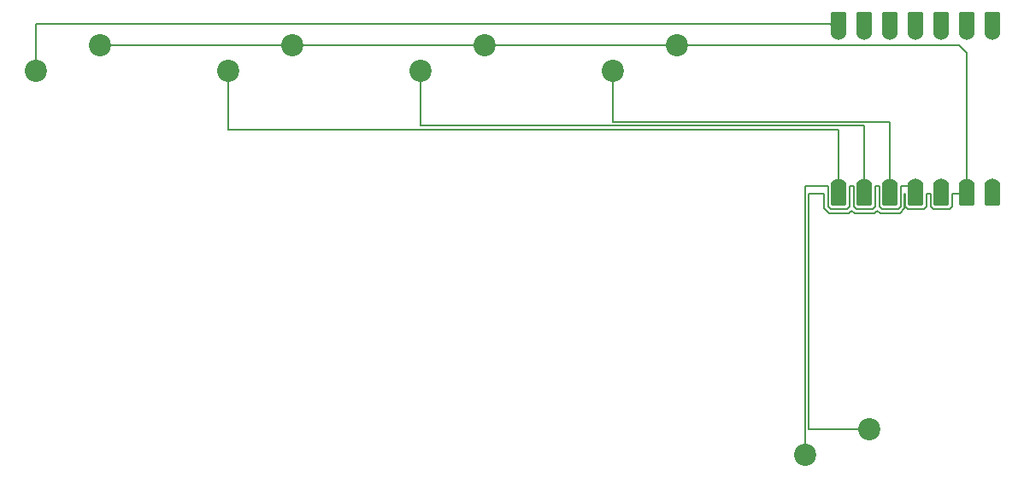
<source format=gbr>
%TF.GenerationSoftware,KiCad,Pcbnew,9.0.2*%
%TF.CreationDate,2025-06-28T02:05:04-07:00*%
%TF.ProjectId,Test,54657374-2e6b-4696-9361-645f70636258,rev?*%
%TF.SameCoordinates,Original*%
%TF.FileFunction,Copper,L1,Top*%
%TF.FilePolarity,Positive*%
%FSLAX46Y46*%
G04 Gerber Fmt 4.6, Leading zero omitted, Abs format (unit mm)*
G04 Created by KiCad (PCBNEW 9.0.2) date 2025-06-28 02:05:04*
%MOMM*%
%LPD*%
G01*
G04 APERTURE LIST*
G04 Aperture macros list*
%AMRoundRect*
0 Rectangle with rounded corners*
0 $1 Rounding radius*
0 $2 $3 $4 $5 $6 $7 $8 $9 X,Y pos of 4 corners*
0 Add a 4 corners polygon primitive as box body*
4,1,4,$2,$3,$4,$5,$6,$7,$8,$9,$2,$3,0*
0 Add four circle primitives for the rounded corners*
1,1,$1+$1,$2,$3*
1,1,$1+$1,$4,$5*
1,1,$1+$1,$6,$7*
1,1,$1+$1,$8,$9*
0 Add four rect primitives between the rounded corners*
20,1,$1+$1,$2,$3,$4,$5,0*
20,1,$1+$1,$4,$5,$6,$7,0*
20,1,$1+$1,$6,$7,$8,$9,0*
20,1,$1+$1,$8,$9,$2,$3,0*%
G04 Aperture macros list end*
%TA.AperFunction,ComponentPad*%
%ADD10C,2.200000*%
%TD*%
%TA.AperFunction,SMDPad,CuDef*%
%ADD11RoundRect,0.152400X0.609600X-1.063600X0.609600X1.063600X-0.609600X1.063600X-0.609600X-1.063600X0*%
%TD*%
%TA.AperFunction,ComponentPad*%
%ADD12C,1.524000*%
%TD*%
%TA.AperFunction,SMDPad,CuDef*%
%ADD13RoundRect,0.152400X-0.609600X1.063600X-0.609600X-1.063600X0.609600X-1.063600X0.609600X1.063600X0*%
%TD*%
%TA.AperFunction,Conductor*%
%ADD14C,0.200000*%
%TD*%
G04 APERTURE END LIST*
D10*
%TO.P,SW23,1,1*%
%TO.N,GND*%
X100330000Y-121920000D03*
%TO.P,SW23,2,2*%
%TO.N,Net-(U1-GPIO4{slash}MISO)*%
X93980000Y-124460000D03*
%TD*%
%TO.P,SW24,1,1*%
%TO.N,GND*%
X119380000Y-160020000D03*
%TO.P,SW24,2,2*%
%TO.N,Net-(U1-GPIO3{slash}MOSI)*%
X113030000Y-162560000D03*
%TD*%
D11*
%TO.P,U1,1,GPIO26/ADC0/A0*%
%TO.N,unconnected-(U1-GPIO26{slash}ADC0{slash}A0-Pad1)*%
X131620000Y-119805000D03*
D12*
X131620000Y-120640000D03*
D11*
%TO.P,U1,2,GPIO27/ADC1/A1*%
%TO.N,unconnected-(U1-GPIO27{slash}ADC1{slash}A1-Pad2)*%
X129080000Y-119805000D03*
D12*
X129080000Y-120640000D03*
D11*
%TO.P,U1,3,GPIO28/ADC2/A2*%
%TO.N,unconnected-(U1-GPIO28{slash}ADC2{slash}A2-Pad3)*%
X126540000Y-119805000D03*
D12*
X126540000Y-120640000D03*
D11*
%TO.P,U1,4,GPIO29/ADC3/A3*%
%TO.N,unconnected-(U1-GPIO29{slash}ADC3{slash}A3-Pad4)*%
X124000000Y-119805000D03*
D12*
X124000000Y-120640000D03*
D11*
%TO.P,U1,5,GPIO6/SDA*%
%TO.N,unconnected-(U1-GPIO6{slash}SDA-Pad5)*%
X121460000Y-119805000D03*
D12*
X121460000Y-120640000D03*
D11*
%TO.P,U1,6,GPIO7/SCL*%
%TO.N,unconnected-(U1-GPIO7{slash}SCL-Pad6)*%
X118920000Y-119805000D03*
D12*
X118920000Y-120640000D03*
D11*
%TO.P,U1,7,GPIO0/TX*%
%TO.N,Net-(U1-GPIO0{slash}TX)*%
X116380000Y-119805000D03*
D12*
X116380000Y-120640000D03*
%TO.P,U1,8,GPIO1/RX*%
%TO.N,Net-(U1-GPIO1{slash}RX)*%
X116380000Y-135880000D03*
D13*
X116380000Y-136715000D03*
D12*
%TO.P,U1,9,GPIO2/SCK*%
%TO.N,Net-(U1-GPIO2{slash}SCK)*%
X118920000Y-135880000D03*
D13*
X118920000Y-136715000D03*
D12*
%TO.P,U1,10,GPIO4/MISO*%
%TO.N,Net-(U1-GPIO4{slash}MISO)*%
X121460000Y-135880000D03*
D13*
X121460000Y-136715000D03*
D12*
%TO.P,U1,11,GPIO3/MOSI*%
%TO.N,Net-(U1-GPIO3{slash}MOSI)*%
X124000000Y-135880000D03*
D13*
X124000000Y-136715000D03*
D12*
%TO.P,U1,12,3V3*%
%TO.N,unconnected-(U1-3V3-Pad12)*%
X126540000Y-135880000D03*
D13*
X126540000Y-136715000D03*
D12*
%TO.P,U1,13,GND*%
%TO.N,GND*%
X129080000Y-135880000D03*
D13*
X129080000Y-136715000D03*
D12*
%TO.P,U1,14,VBUS*%
%TO.N,unconnected-(U1-VBUS-Pad14)*%
X131620000Y-135880000D03*
D13*
X131620000Y-136715000D03*
%TD*%
D10*
%TO.P,SW22,1,1*%
%TO.N,GND*%
X81280000Y-121920000D03*
%TO.P,SW22,2,2*%
%TO.N,Net-(U1-GPIO2{slash}SCK)*%
X74930000Y-124460000D03*
%TD*%
%TO.P,SW21,1,1*%
%TO.N,GND*%
X62230000Y-121920000D03*
%TO.P,SW21,2,2*%
%TO.N,Net-(U1-GPIO1{slash}RX)*%
X55880000Y-124460000D03*
%TD*%
%TO.P,SW17,1,1*%
%TO.N,GND*%
X43180000Y-121920000D03*
%TO.P,SW17,2,2*%
%TO.N,Net-(U1-GPIO0{slash}TX)*%
X36830000Y-124460000D03*
%TD*%
D14*
%TO.N,GND*%
X122937000Y-136715000D02*
X122937000Y-137970626D01*
X117952274Y-138633000D02*
X119887726Y-138633000D01*
X117650000Y-138330726D02*
X117952274Y-138633000D01*
X125738374Y-138232000D02*
X127341626Y-138232000D01*
X119887726Y-138633000D02*
X120190000Y-138330726D01*
X122924000Y-138136726D02*
X122924000Y-136715000D01*
X125063000Y-136715000D02*
X125477000Y-136715000D01*
X113431000Y-160020000D02*
X113431000Y-136715000D01*
X114916000Y-138136726D02*
X115412274Y-138633000D01*
X119380000Y-160020000D02*
X113431000Y-160020000D01*
X122427726Y-138633000D02*
X122924000Y-138136726D01*
X127603000Y-137970626D02*
X127603000Y-136715000D01*
X115412274Y-138633000D02*
X117347726Y-138633000D01*
X120190000Y-138330726D02*
X120492274Y-138633000D01*
X117347726Y-138633000D02*
X117650000Y-138330726D01*
X125477000Y-136715000D02*
X125477000Y-137970626D01*
X120492274Y-138633000D02*
X122427726Y-138633000D01*
X113431000Y-136715000D02*
X114916000Y-136715000D01*
X114916000Y-136715000D02*
X114916000Y-138136726D01*
X122924000Y-136715000D02*
X122937000Y-136715000D01*
X122937000Y-137970626D02*
X123198374Y-138232000D01*
X123198374Y-138232000D02*
X124801626Y-138232000D01*
X124801626Y-138232000D02*
X125063000Y-137970626D01*
X125063000Y-137970626D02*
X125063000Y-136715000D01*
X125477000Y-137970626D02*
X125738374Y-138232000D01*
X127341626Y-138232000D02*
X127603000Y-137970626D01*
X127603000Y-136715000D02*
X129080000Y-136715000D01*
%TO.N,Net-(U1-GPIO3{slash}MOSI)*%
X113030000Y-162560000D02*
X113030000Y-135890000D01*
X122523000Y-137970626D02*
X122523000Y-135880000D01*
X117443000Y-135880000D02*
X117857000Y-135880000D01*
X113040000Y-135880000D02*
X115317000Y-135880000D01*
X119983000Y-137970626D02*
X119983000Y-135880000D01*
X115317000Y-135880000D02*
X115317000Y-137970626D01*
X113030000Y-135890000D02*
X113040000Y-135880000D01*
X115578374Y-138232000D02*
X117181626Y-138232000D01*
X119721626Y-138232000D02*
X119983000Y-137970626D01*
X117443000Y-137970626D02*
X117443000Y-135880000D01*
X122261626Y-138232000D02*
X122523000Y-137970626D01*
X117181626Y-138232000D02*
X117443000Y-137970626D01*
X117857000Y-135880000D02*
X117857000Y-137970626D01*
X117857000Y-137970626D02*
X118118374Y-138232000D01*
X115317000Y-137970626D02*
X115578374Y-138232000D01*
X119983000Y-135880000D02*
X120397000Y-135880000D01*
X118118374Y-138232000D02*
X119721626Y-138232000D01*
X120397000Y-135880000D02*
X120397000Y-137970626D01*
X120397000Y-137970626D02*
X120658374Y-138232000D01*
X120658374Y-138232000D02*
X122261626Y-138232000D01*
X122523000Y-135880000D02*
X124000000Y-135880000D01*
%TO.N,Net-(U1-GPIO0{slash}TX)*%
X36830000Y-124460000D02*
X36830000Y-119805000D01*
X36830000Y-119805000D02*
X115545000Y-119805000D01*
X115545000Y-119805000D02*
X116380000Y-120640000D01*
%TO.N,Net-(U1-GPIO1{slash}RX)*%
X55880000Y-124460000D02*
X55880000Y-130342000D01*
X55880000Y-130342000D02*
X116380000Y-130342000D01*
X116380000Y-130342000D02*
X116380000Y-135880000D01*
%TO.N,Net-(U1-GPIO2{slash}SCK)*%
X74930000Y-124460000D02*
X74930000Y-129941000D01*
X74930000Y-129941000D02*
X118920000Y-129941000D01*
X118920000Y-129941000D02*
X118920000Y-135880000D01*
%TO.N,GND*%
X100330000Y-121920000D02*
X128270000Y-121920000D01*
X129080000Y-122730000D02*
X129080000Y-135880000D01*
X128270000Y-121920000D02*
X129080000Y-122730000D01*
X100330000Y-121920000D02*
X81280000Y-121920000D01*
X43180000Y-121920000D02*
X62230000Y-121920000D01*
X62230000Y-121920000D02*
X81280000Y-121920000D01*
%TO.N,Net-(U1-GPIO4{slash}MISO)*%
X93980000Y-124460000D02*
X93980000Y-129540000D01*
X93980000Y-129540000D02*
X121460000Y-129540000D01*
X121460000Y-129540000D02*
X121460000Y-135880000D01*
%TD*%
M02*

</source>
